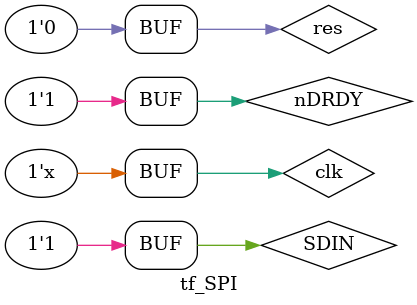
<source format=v>
`timescale 1ns / 1ns


module tf_SPI;

	// Inputs
	reg clk;
	reg res;
	reg nDRDY;
	
	reg SDIN;
	
	// Outputs
	//wire SDOUT;
	wire SCLK;
	wire nCS;
	wire drdy;

	// Bidirs
	wire [15:0] dataout;

// Instantiate the module
SPI_ADC instance_name (
    .clk(clk), 
    .res(res), 
    .nDRDY(nDRDY), 
    .SDIN(SDIN), 
    //.SDOUT(SDOUT), 
    .SCLK(SCLK), 
    .nCS(nCS), 
    .drdy(drdy), 
    .dataout(dataout)
    );



	initial begin
		// Initialize Inputs
		clk = 0;
		res = 0;
		nDRDY = 1;
		SDIN = 1;
		
		// Wait 100 ns for global reset to finish
		#100 res=1;
		#100 res=0;
				
		#1000 nDRDY=0;
		#200 nDRDY=1;
		
		#100_000 nDRDY=0;
		#200 nDRDY=1;
		
        
		// Add stimulus here

	end
 
always
#50 clk=~clk;



endmodule


</source>
